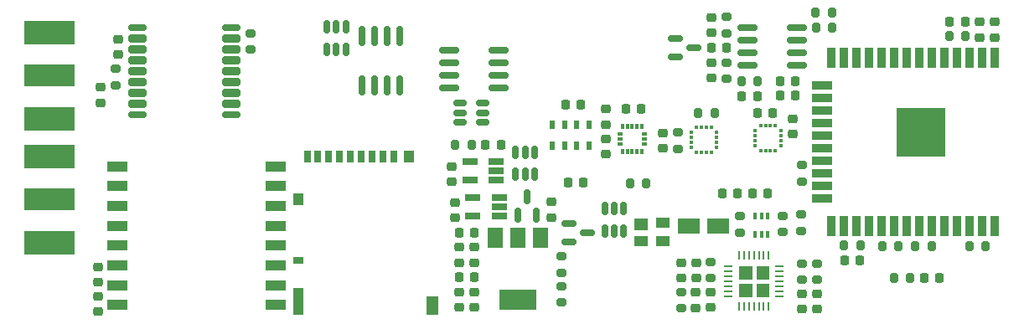
<source format=gbr>
%TF.GenerationSoftware,KiCad,Pcbnew,(6.0.1-0)*%
%TF.CreationDate,2022-03-21T22:53:48+00:00*%
%TF.ProjectId,PickleRick,5069636b-6c65-4526-9963-6b2e6b696361,rev?*%
%TF.SameCoordinates,Original*%
%TF.FileFunction,Paste,Top*%
%TF.FilePolarity,Positive*%
%FSLAX46Y46*%
G04 Gerber Fmt 4.6, Leading zero omitted, Abs format (unit mm)*
G04 Created by KiCad (PCBNEW (6.0.1-0)) date 2022-03-21 22:53:48*
%MOMM*%
%LPD*%
G01*
G04 APERTURE LIST*
G04 Aperture macros list*
%AMRoundRect*
0 Rectangle with rounded corners*
0 $1 Rounding radius*
0 $2 $3 $4 $5 $6 $7 $8 $9 X,Y pos of 4 corners*
0 Add a 4 corners polygon primitive as box body*
4,1,4,$2,$3,$4,$5,$6,$7,$8,$9,$2,$3,0*
0 Add four circle primitives for the rounded corners*
1,1,$1+$1,$2,$3*
1,1,$1+$1,$4,$5*
1,1,$1+$1,$6,$7*
1,1,$1+$1,$8,$9*
0 Add four rect primitives between the rounded corners*
20,1,$1+$1,$2,$3,$4,$5,0*
20,1,$1+$1,$4,$5,$6,$7,0*
20,1,$1+$1,$6,$7,$8,$9,0*
20,1,$1+$1,$8,$9,$2,$3,0*%
G04 Aperture macros list end*
%ADD10C,0.010000*%
%ADD11R,2.000000X1.000000*%
%ADD12RoundRect,0.175000X0.725000X0.175000X-0.725000X0.175000X-0.725000X-0.175000X0.725000X-0.175000X0*%
%ADD13RoundRect,0.200000X0.700000X0.200000X-0.700000X0.200000X-0.700000X-0.200000X0.700000X-0.200000X0*%
%ADD14R,0.550000X0.950000*%
%ADD15RoundRect,0.200000X-0.275000X0.200000X-0.275000X-0.200000X0.275000X-0.200000X0.275000X0.200000X0*%
%ADD16R,5.000000X5.000000*%
%ADD17R,0.900000X2.000000*%
%ADD18R,2.000000X0.900000*%
%ADD19RoundRect,0.200000X0.275000X-0.200000X0.275000X0.200000X-0.275000X0.200000X-0.275000X-0.200000X0*%
%ADD20RoundRect,0.225000X-0.225000X-0.250000X0.225000X-0.250000X0.225000X0.250000X-0.225000X0.250000X0*%
%ADD21RoundRect,0.225000X-0.250000X0.225000X-0.250000X-0.225000X0.250000X-0.225000X0.250000X0.225000X0*%
%ADD22R,2.200000X1.600000*%
%ADD23RoundRect,0.218750X0.256250X-0.218750X0.256250X0.218750X-0.256250X0.218750X-0.256250X-0.218750X0*%
%ADD24RoundRect,0.225000X0.250000X-0.225000X0.250000X0.225000X-0.250000X0.225000X-0.250000X-0.225000X0*%
%ADD25RoundRect,0.225000X0.225000X0.250000X-0.225000X0.250000X-0.225000X-0.250000X0.225000X-0.250000X0*%
%ADD26RoundRect,0.200000X0.200000X0.275000X-0.200000X0.275000X-0.200000X-0.275000X0.200000X-0.275000X0*%
%ADD27R,1.000000X2.800000*%
%ADD28R,1.000000X1.200000*%
%ADD29R,1.300000X1.900000*%
%ADD30R,1.000000X0.800000*%
%ADD31R,0.700000X1.200000*%
%ADD32RoundRect,0.150000X-0.150000X0.825000X-0.150000X-0.825000X0.150000X-0.825000X0.150000X0.825000X0*%
%ADD33RoundRect,0.200000X-0.200000X-0.275000X0.200000X-0.275000X0.200000X0.275000X-0.200000X0.275000X0*%
%ADD34RoundRect,0.150000X-0.587500X-0.150000X0.587500X-0.150000X0.587500X0.150000X-0.587500X0.150000X0*%
%ADD35RoundRect,0.150000X-0.150000X0.512500X-0.150000X-0.512500X0.150000X-0.512500X0.150000X0.512500X0*%
%ADD36R,5.080000X2.290000*%
%ADD37R,5.080000X2.420000*%
%ADD38R,1.560000X0.650000*%
%ADD39R,1.400000X1.000000*%
%ADD40R,1.400000X1.200000*%
%ADD41R,0.254000X0.900000*%
%ADD42R,0.900000X0.254000*%
%ADD43RoundRect,0.150000X0.825000X0.150000X-0.825000X0.150000X-0.825000X-0.150000X0.825000X-0.150000X0*%
%ADD44R,0.300000X0.450000*%
%ADD45R,0.450000X0.300000*%
%ADD46RoundRect,0.150000X0.150000X-0.587500X0.150000X0.587500X-0.150000X0.587500X-0.150000X-0.587500X0*%
%ADD47RoundRect,0.218750X-0.256250X0.218750X-0.256250X-0.218750X0.256250X-0.218750X0.256250X0.218750X0*%
%ADD48R,0.490000X0.350000*%
%ADD49R,0.350000X0.490000*%
%ADD50RoundRect,0.150000X0.512500X0.150000X-0.512500X0.150000X-0.512500X-0.150000X0.512500X-0.150000X0*%
%ADD51RoundRect,0.218750X0.218750X0.256250X-0.218750X0.256250X-0.218750X-0.256250X0.218750X-0.256250X0*%
%ADD52R,0.400000X0.650000*%
%ADD53R,1.500000X2.000000*%
%ADD54R,3.800000X2.000000*%
%ADD55RoundRect,0.150000X0.150000X-0.512500X0.150000X0.512500X-0.150000X0.512500X-0.150000X-0.512500X0*%
G04 APERTURE END LIST*
D10*
%TO.C,U18*%
X173940000Y-93220080D02*
X173940000Y-94470000D01*
X173940000Y-94470000D02*
X172689520Y-94470000D01*
X172689520Y-94470000D02*
X172689520Y-93220080D01*
X172689520Y-93220080D02*
X173940000Y-93220080D01*
G36*
X173940000Y-94470000D02*
G01*
X172689520Y-94470000D01*
X172689520Y-93220080D01*
X173940000Y-93220080D01*
X173940000Y-94470000D01*
G37*
X173940000Y-94470000D02*
X172689520Y-94470000D01*
X172689520Y-93220080D01*
X173940000Y-93220080D01*
X173940000Y-94470000D01*
X173940000Y-91467990D02*
X173940000Y-92720000D01*
X173940000Y-92720000D02*
X172687990Y-92720000D01*
X172687990Y-92720000D02*
X172687990Y-91467990D01*
X172687990Y-91467990D02*
X173940000Y-91467990D01*
G36*
X173940000Y-92720000D02*
G01*
X172687990Y-92720000D01*
X172687990Y-91467990D01*
X173940000Y-91467990D01*
X173940000Y-92720000D01*
G37*
X173940000Y-92720000D02*
X172687990Y-92720000D01*
X172687990Y-91467990D01*
X173940000Y-91467990D01*
X173940000Y-92720000D01*
X175690000Y-91469180D02*
X175690000Y-92720000D01*
X175690000Y-92720000D02*
X174440137Y-92720000D01*
X174440137Y-92720000D02*
X174440137Y-91469180D01*
X174440137Y-91469180D02*
X175690000Y-91469180D01*
G36*
X175690000Y-92720000D02*
G01*
X174440137Y-92720000D01*
X174440137Y-91469180D01*
X175690000Y-91469180D01*
X175690000Y-92720000D01*
G37*
X175690000Y-92720000D02*
X174440137Y-92720000D01*
X174440137Y-91469180D01*
X175690000Y-91469180D01*
X175690000Y-92720000D01*
X175690000Y-93220446D02*
X175690000Y-94470000D01*
X175690000Y-94470000D02*
X174440446Y-94470000D01*
X174440446Y-94470000D02*
X174440446Y-93220446D01*
X174440446Y-93220446D02*
X175690000Y-93220446D01*
G36*
X175690000Y-94470000D02*
G01*
X174440446Y-94470000D01*
X174440446Y-93220446D01*
X175690000Y-93220446D01*
X175690000Y-94470000D01*
G37*
X175690000Y-94470000D02*
X174440446Y-94470000D01*
X174440446Y-93220446D01*
X175690000Y-93220446D01*
X175690000Y-94470000D01*
%TD*%
D11*
%TO.C,U19*%
X125900000Y-95375000D03*
X125900000Y-93375000D03*
X125900000Y-91375000D03*
X125900000Y-89375000D03*
X125900000Y-87375000D03*
X125900000Y-85375000D03*
X125900000Y-83375000D03*
X125900000Y-81375000D03*
X109900000Y-81375000D03*
X109900000Y-83375000D03*
X109900000Y-85375000D03*
X109900000Y-87375000D03*
X109900000Y-89375000D03*
X109900000Y-91375000D03*
X109900000Y-93375000D03*
X109900000Y-95375000D03*
%TD*%
D12*
%TO.C,U17*%
X121360000Y-76170000D03*
D13*
X121360000Y-75070000D03*
X121360000Y-73970000D03*
X121360000Y-72870000D03*
X121360000Y-71770000D03*
X121360000Y-70670000D03*
X121360000Y-69570000D03*
X121360000Y-68470000D03*
D12*
X121360000Y-67370000D03*
X111860000Y-67370000D03*
D13*
X111860000Y-68470000D03*
X111860000Y-69570000D03*
X111860000Y-70670000D03*
X111860000Y-71770000D03*
X111860000Y-72870000D03*
X111860000Y-73970000D03*
X111860000Y-75070000D03*
D12*
X111860000Y-76170000D03*
%TD*%
D14*
%TO.C,U3*%
X157550000Y-77125000D03*
X156300000Y-77125000D03*
X155050000Y-77125000D03*
X153800000Y-77125000D03*
X153800000Y-79275000D03*
X155050000Y-79275000D03*
X156300000Y-79275000D03*
X157550000Y-79275000D03*
%TD*%
D15*
%TO.C,R43*%
X109700000Y-71500000D03*
X109700000Y-73150000D03*
%TD*%
D16*
%TO.C,U2*%
X191045000Y-77880000D03*
D17*
X198545000Y-87380000D03*
X197275000Y-87380000D03*
X196005000Y-87380000D03*
X194735000Y-87380000D03*
X193465000Y-87380000D03*
X192195000Y-87380000D03*
X190925000Y-87380000D03*
X189655000Y-87380000D03*
X188385000Y-87380000D03*
X187115000Y-87380000D03*
X185845000Y-87380000D03*
X184575000Y-87380000D03*
X183305000Y-87380000D03*
X182035000Y-87380000D03*
D18*
X181035000Y-84595000D03*
X181035000Y-83325000D03*
X181035000Y-82055000D03*
X181035000Y-80785000D03*
X181035000Y-79515000D03*
X181035000Y-78245000D03*
X181035000Y-76975000D03*
X181035000Y-75705000D03*
X181035000Y-74435000D03*
X181035000Y-73165000D03*
D17*
X182035000Y-70380000D03*
X183305000Y-70380000D03*
X184575000Y-70380000D03*
X185845000Y-70380000D03*
X187115000Y-70380000D03*
X188385000Y-70380000D03*
X189655000Y-70380000D03*
X190925000Y-70380000D03*
X192195000Y-70380000D03*
X193465000Y-70380000D03*
X194735000Y-70380000D03*
X196005000Y-70380000D03*
X197275000Y-70380000D03*
X198545000Y-70380000D03*
%TD*%
D19*
%TO.C,R42*%
X123300000Y-69575000D03*
X123300000Y-67925000D03*
%TD*%
%TO.C,R49*%
X171420000Y-67920359D03*
X171420000Y-66270359D03*
%TD*%
D20*
%TO.C,C1*%
X193975000Y-66710000D03*
X195525000Y-66710000D03*
%TD*%
D21*
%TO.C,C5*%
X198520000Y-66765000D03*
X198520000Y-68315000D03*
%TD*%
D22*
%TO.C,C30*%
X167600000Y-87370000D03*
X170600000Y-87370000D03*
%TD*%
D23*
%TO.C,D1*%
X179055000Y-95795000D03*
X179055000Y-94220000D03*
%TD*%
D24*
%TO.C,C35*%
X107890000Y-96075000D03*
X107890000Y-94525000D03*
%TD*%
D25*
%TO.C,C6*%
X156700000Y-75150000D03*
X155150000Y-75150000D03*
%TD*%
%TO.C,C11*%
X172550000Y-84130000D03*
X171000000Y-84130000D03*
%TD*%
D26*
%TO.C,R3*%
X195575000Y-68220000D03*
X193925000Y-68220000D03*
%TD*%
D15*
%TO.C,R1*%
X172770000Y-86385000D03*
X172770000Y-88035000D03*
%TD*%
D27*
%TO.C,J4*%
X128175000Y-95025000D03*
D28*
X139325000Y-80375000D03*
D29*
X141675000Y-95475000D03*
D28*
X128175000Y-84675000D03*
D30*
X128175000Y-90875000D03*
D31*
X129125000Y-80375000D03*
X130075000Y-80375000D03*
X131175000Y-80375000D03*
X132275000Y-80375000D03*
X133375000Y-80375000D03*
X134475000Y-80375000D03*
X135575000Y-80375000D03*
X136675000Y-80375000D03*
X137775000Y-80375000D03*
%TD*%
D32*
%TO.C,Q7*%
X138370000Y-68200000D03*
X137100000Y-68200000D03*
X135830000Y-68200000D03*
X134560000Y-68200000D03*
X134560000Y-73150000D03*
X135830000Y-73150000D03*
X137100000Y-73150000D03*
X138370000Y-73150000D03*
%TD*%
D33*
%TO.C,R17*%
X187145000Y-89400000D03*
X188795000Y-89400000D03*
%TD*%
D23*
%TO.C,D3*%
X145950000Y-95625000D03*
X145950000Y-94050000D03*
%TD*%
D25*
%TO.C,C23*%
X156930000Y-82960000D03*
X155380000Y-82960000D03*
%TD*%
D34*
%TO.C,Q10*%
X155512500Y-87125000D03*
X155512500Y-89025000D03*
X157387500Y-88075000D03*
%TD*%
D33*
%TO.C,R15*%
X145675000Y-79225000D03*
X144025000Y-79225000D03*
%TD*%
D26*
%TO.C,R20*%
X170205000Y-75993500D03*
X168555000Y-75993500D03*
%TD*%
D15*
%TO.C,R7*%
X179035000Y-91170000D03*
X179035000Y-92820000D03*
%TD*%
D35*
%TO.C,U15*%
X152025000Y-79912500D03*
X151075000Y-79912500D03*
X150125000Y-79912500D03*
X150125000Y-82187500D03*
X151075000Y-82187500D03*
X152025000Y-82187500D03*
%TD*%
D21*
%TO.C,C15*%
X164970000Y-78008500D03*
X164970000Y-79558500D03*
%TD*%
D36*
%TO.C,J18*%
X103020000Y-84720000D03*
D37*
X103020000Y-80340000D03*
X103020000Y-89100000D03*
%TD*%
D24*
%TO.C,C32*%
X169850000Y-95650000D03*
X169850000Y-94100000D03*
%TD*%
D33*
%TO.C,R41*%
X172930000Y-72750000D03*
X174580000Y-72750000D03*
%TD*%
D21*
%TO.C,C29*%
X108190000Y-73365000D03*
X108190000Y-74915000D03*
%TD*%
%TO.C,C13*%
X159230000Y-75563500D03*
X159230000Y-77113500D03*
%TD*%
%TO.C,C24*%
X153750000Y-84975000D03*
X153750000Y-86525000D03*
%TD*%
D38*
%TO.C,U11*%
X148175000Y-82750000D03*
X148175000Y-81800000D03*
X148175000Y-80850000D03*
X145475000Y-80850000D03*
X145475000Y-82750000D03*
%TD*%
D39*
%TO.C,D20*%
X165025000Y-87050000D03*
X165025000Y-88950000D03*
X162825000Y-88950000D03*
D40*
X162825000Y-87230000D03*
%TD*%
D26*
%TO.C,R40*%
X182095000Y-67310000D03*
X180445000Y-67310000D03*
%TD*%
D24*
%TO.C,C26*%
X144430000Y-91095000D03*
X144430000Y-89545000D03*
%TD*%
D19*
%TO.C,R5*%
X178925000Y-87900000D03*
X178925000Y-86250000D03*
%TD*%
D24*
%TO.C,C18*%
X178150000Y-78128873D03*
X178150000Y-76578873D03*
%TD*%
D15*
%TO.C,R47*%
X166830000Y-94060000D03*
X166830000Y-95710000D03*
%TD*%
D25*
%TO.C,C20*%
X148625000Y-79225000D03*
X147075000Y-79225000D03*
%TD*%
D24*
%TO.C,C34*%
X107890000Y-93065000D03*
X107890000Y-91515000D03*
%TD*%
D19*
%TO.C,R19*%
X166480000Y-79608500D03*
X166480000Y-77958500D03*
%TD*%
%TO.C,R18*%
X179025000Y-82900000D03*
X179025000Y-81250000D03*
%TD*%
D41*
%TO.C,U18*%
X175690000Y-90380000D03*
X175190000Y-90380000D03*
X174690000Y-90380000D03*
X174190000Y-90380000D03*
X173690000Y-90380000D03*
X173190000Y-90380000D03*
X172690000Y-90380000D03*
D42*
X171600000Y-91470000D03*
X171600000Y-91970000D03*
X171600000Y-92470000D03*
X171600000Y-92970000D03*
X171600000Y-93470000D03*
X171600000Y-93970000D03*
X171600000Y-94470000D03*
D41*
X172690000Y-95560000D03*
X173190000Y-95560000D03*
X173690000Y-95560000D03*
X174190000Y-95560000D03*
X174690000Y-95560000D03*
X175190000Y-95560000D03*
X175690000Y-95560000D03*
D42*
X176780000Y-94470000D03*
X176780000Y-93970000D03*
X176780000Y-93470000D03*
X176780000Y-92970000D03*
X176780000Y-92470000D03*
X176780000Y-91970000D03*
X176780000Y-91470000D03*
%TD*%
D23*
%TO.C,D4*%
X144440000Y-94050000D03*
X144440000Y-95625000D03*
%TD*%
D43*
%TO.C,U1*%
X178505000Y-71175000D03*
X178505000Y-69905000D03*
X178505000Y-68635000D03*
X178505000Y-67365000D03*
X173555000Y-67365000D03*
X173555000Y-68635000D03*
X173555000Y-69905000D03*
X173555000Y-71175000D03*
%TD*%
D44*
%TO.C,U7*%
X168360000Y-79978500D03*
X168860000Y-79978500D03*
X169360000Y-79978500D03*
X169860000Y-79978500D03*
D45*
X170385000Y-79453500D03*
X170385000Y-78953500D03*
X170385000Y-78453500D03*
X170385000Y-77953500D03*
D44*
X169860000Y-77428500D03*
X169360000Y-77428500D03*
X168860000Y-77428500D03*
X168360000Y-77428500D03*
D45*
X167835000Y-77953500D03*
X167835000Y-78453500D03*
X167835000Y-78953500D03*
X167835000Y-79453500D03*
%TD*%
D46*
%TO.C,Q9*%
X150325000Y-86287500D03*
X152225000Y-86287500D03*
X151275000Y-84412500D03*
%TD*%
D25*
%TO.C,C37*%
X171444641Y-69375000D03*
X169894641Y-69375000D03*
%TD*%
D15*
%TO.C,R46*%
X169850000Y-91040000D03*
X169850000Y-92690000D03*
%TD*%
D20*
%TO.C,C12*%
X174020000Y-84130000D03*
X175570000Y-84130000D03*
%TD*%
D19*
%TO.C,R2*%
X177130000Y-88025000D03*
X177130000Y-86375000D03*
%TD*%
D23*
%TO.C,D2*%
X180555000Y-95795000D03*
X180555000Y-94220000D03*
%TD*%
D25*
%TO.C,C19*%
X145960000Y-88040000D03*
X144410000Y-88040000D03*
%TD*%
D19*
%TO.C,R45*%
X154720000Y-95120000D03*
X154720000Y-93470000D03*
%TD*%
D24*
%TO.C,C22*%
X143675000Y-82900000D03*
X143675000Y-81350000D03*
%TD*%
%TO.C,C33*%
X166830000Y-92640000D03*
X166830000Y-91090000D03*
%TD*%
D25*
%TO.C,C17*%
X176095000Y-75993500D03*
X174545000Y-75993500D03*
%TD*%
D43*
%TO.C,Q8*%
X148370000Y-73410000D03*
X148370000Y-72140000D03*
X148370000Y-70870000D03*
X148370000Y-69600000D03*
X143420000Y-69600000D03*
X143420000Y-70870000D03*
X143420000Y-72140000D03*
X143420000Y-73410000D03*
%TD*%
D25*
%TO.C,C28*%
X178375000Y-74230000D03*
X176825000Y-74230000D03*
%TD*%
D47*
%TO.C,D21*%
X168330000Y-94095000D03*
X168330000Y-95670000D03*
%TD*%
D24*
%TO.C,C14*%
X159220000Y-80138500D03*
X159220000Y-78588500D03*
%TD*%
%TO.C,C38*%
X169902500Y-72450000D03*
X169902500Y-70900000D03*
%TD*%
D35*
%TO.C,U13*%
X132960000Y-67280000D03*
X132010000Y-67280000D03*
X131060000Y-67280000D03*
X131060000Y-69555000D03*
X132010000Y-69555000D03*
X132960000Y-69555000D03*
%TD*%
D48*
%TO.C,U8*%
X160630000Y-79071000D03*
X160630000Y-78571000D03*
X160630000Y-78071000D03*
D49*
X160890000Y-77311000D03*
X161390000Y-77311000D03*
X161890000Y-77311000D03*
X162390000Y-77311000D03*
X162890000Y-77311000D03*
D48*
X163150000Y-78071000D03*
X163150000Y-78571000D03*
X163150000Y-79071000D03*
D49*
X162890000Y-79831000D03*
X162390000Y-79831000D03*
X161890000Y-79831000D03*
X161390000Y-79831000D03*
X160890000Y-79831000D03*
%TD*%
D36*
%TO.C,J16*%
X103030000Y-72190000D03*
D37*
X103030000Y-76570000D03*
X103030000Y-67810000D03*
%TD*%
D34*
%TO.C,D19*%
X166269641Y-68415359D03*
X166269641Y-70315359D03*
X168144641Y-69365359D03*
%TD*%
D20*
%TO.C,C2*%
X191400000Y-92625000D03*
X192950000Y-92625000D03*
%TD*%
D26*
%TO.C,R14*%
X163300000Y-83100000D03*
X161650000Y-83100000D03*
%TD*%
D24*
%TO.C,C21*%
X144000000Y-86550000D03*
X144000000Y-85000000D03*
%TD*%
D38*
%TO.C,U10*%
X148500000Y-86400000D03*
X148500000Y-85450000D03*
X148500000Y-84500000D03*
X145800000Y-84500000D03*
X145800000Y-86400000D03*
%TD*%
D33*
%TO.C,R12*%
X190475000Y-89400000D03*
X192125000Y-89400000D03*
%TD*%
D21*
%TO.C,C4*%
X197010000Y-66765000D03*
X197010000Y-68315000D03*
%TD*%
D20*
%TO.C,C3*%
X183340000Y-90890000D03*
X184890000Y-90890000D03*
%TD*%
D44*
%TO.C,U9*%
X174860000Y-79783500D03*
X175360000Y-79783500D03*
X175860000Y-79783500D03*
X176360000Y-79783500D03*
D45*
X176885000Y-79258500D03*
X176885000Y-78758500D03*
X176885000Y-78258500D03*
X176885000Y-77758500D03*
D44*
X176360000Y-77233500D03*
X175860000Y-77233500D03*
X175360000Y-77233500D03*
X174860000Y-77233500D03*
D45*
X174335000Y-77758500D03*
X174335000Y-78258500D03*
X174335000Y-78758500D03*
X174335000Y-79258500D03*
%TD*%
D24*
%TO.C,C25*%
X145940000Y-91090000D03*
X145940000Y-89540000D03*
%TD*%
D33*
%TO.C,R4*%
X188350000Y-92625000D03*
X190000000Y-92625000D03*
%TD*%
D50*
%TO.C,U14*%
X146787500Y-76890000D03*
X146787500Y-75940000D03*
X146787500Y-74990000D03*
X144512500Y-74990000D03*
X144512500Y-75940000D03*
X144512500Y-76890000D03*
%TD*%
D26*
%TO.C,R39*%
X182085000Y-65790000D03*
X180435000Y-65790000D03*
%TD*%
D25*
%TO.C,C16*%
X162825000Y-75578500D03*
X161275000Y-75578500D03*
%TD*%
D51*
%TO.C,D5*%
X145975000Y-92575000D03*
X144400000Y-92575000D03*
%TD*%
D33*
%TO.C,R6*%
X183290000Y-89380000D03*
X184940000Y-89380000D03*
%TD*%
D23*
%TO.C,L2*%
X109920000Y-70067500D03*
X109920000Y-68492500D03*
%TD*%
D24*
%TO.C,C31*%
X168340000Y-92640000D03*
X168340000Y-91090000D03*
%TD*%
D52*
%TO.C,Q1*%
X175600000Y-86370000D03*
X174950000Y-86370000D03*
X174300000Y-86370000D03*
X174300000Y-88270000D03*
X174950000Y-88270000D03*
X175600000Y-88270000D03*
%TD*%
D19*
%TO.C,R48*%
X171420000Y-72500000D03*
X171420000Y-70850000D03*
%TD*%
D21*
%TO.C,C39*%
X169900000Y-66300000D03*
X169900000Y-67850000D03*
%TD*%
D26*
%TO.C,R13*%
X197625000Y-89420000D03*
X195975000Y-89420000D03*
%TD*%
D20*
%TO.C,C27*%
X176825000Y-72720000D03*
X178375000Y-72720000D03*
%TD*%
D15*
%TO.C,R44*%
X154740000Y-90465000D03*
X154740000Y-92115000D03*
%TD*%
D20*
%TO.C,C36*%
X172985000Y-74260000D03*
X174535000Y-74260000D03*
%TD*%
D15*
%TO.C,R8*%
X180545000Y-91170000D03*
X180545000Y-92820000D03*
%TD*%
D53*
%TO.C,U12*%
X152620000Y-88550000D03*
D54*
X150320000Y-94850000D03*
D53*
X150320000Y-88550000D03*
X148020000Y-88550000D03*
%TD*%
D55*
%TO.C,U16*%
X159150000Y-87912500D03*
X160100000Y-87912500D03*
X161050000Y-87912500D03*
X161050000Y-85637500D03*
X160100000Y-85637500D03*
X159150000Y-85637500D03*
%TD*%
M02*

</source>
